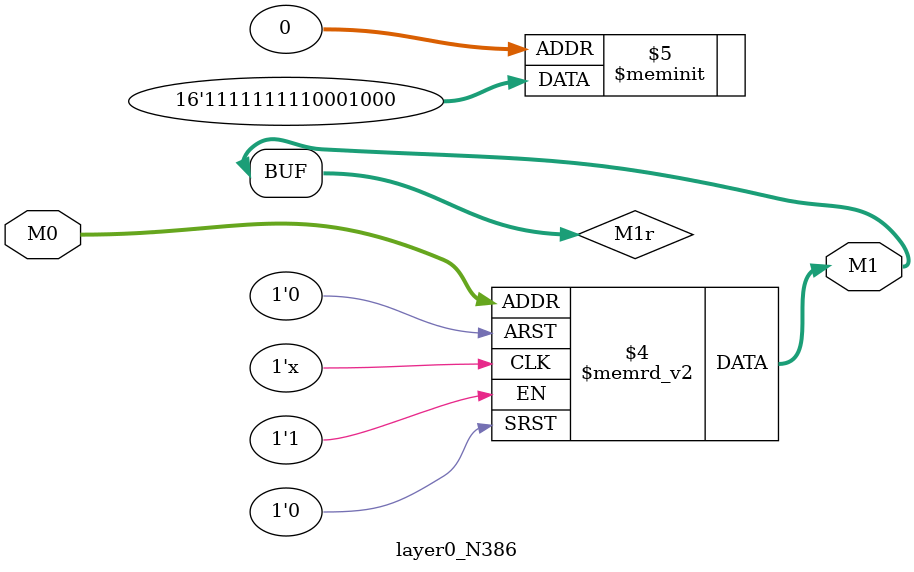
<source format=v>
module layer0_N386 ( input [2:0] M0, output [1:0] M1 );

	(*rom_style = "distributed" *) reg [1:0] M1r;
	assign M1 = M1r;
	always @ (M0) begin
		case (M0)
			3'b000: M1r = 2'b00;
			3'b100: M1r = 2'b11;
			3'b010: M1r = 2'b00;
			3'b110: M1r = 2'b11;
			3'b001: M1r = 2'b10;
			3'b101: M1r = 2'b11;
			3'b011: M1r = 2'b10;
			3'b111: M1r = 2'b11;

		endcase
	end
endmodule

</source>
